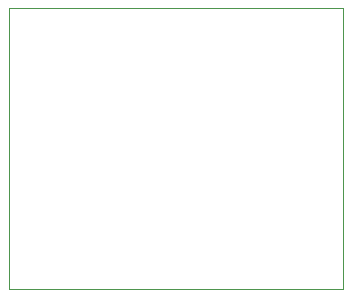
<source format=gbr>
%TF.GenerationSoftware,KiCad,Pcbnew,(5.1.6)-1*%
%TF.CreationDate,2020-10-15T17:46:37+08:00*%
%TF.ProjectId,Music_Player,4d757369-635f-4506-9c61-7965722e6b69,rev?*%
%TF.SameCoordinates,Original*%
%TF.FileFunction,Profile,NP*%
%FSLAX46Y46*%
G04 Gerber Fmt 4.6, Leading zero omitted, Abs format (unit mm)*
G04 Created by KiCad (PCBNEW (5.1.6)-1) date 2020-10-15 17:46:37*
%MOMM*%
%LPD*%
G01*
G04 APERTURE LIST*
%TA.AperFunction,Profile*%
%ADD10C,0.050000*%
%TD*%
G04 APERTURE END LIST*
D10*
X38300000Y-10000000D02*
X38300000Y-33800000D01*
X10000000Y-33800000D02*
X38300000Y-33800000D01*
X10000000Y-10000000D02*
X38300000Y-10000000D01*
X10000000Y-10000000D02*
X10000000Y-33800000D01*
M02*

</source>
